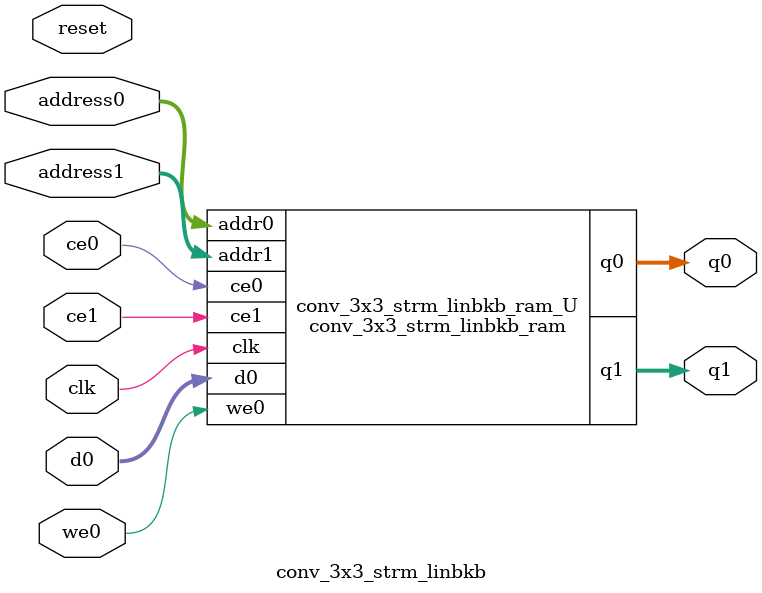
<source format=v>

`timescale 1 ns / 1 ps
module conv_3x3_strm_linbkb_ram (addr0, ce0, d0, we0, q0, addr1, ce1, q1,  clk);

parameter DWIDTH = 8;
parameter AWIDTH = 8;
parameter MEM_SIZE = 256;

input[AWIDTH-1:0] addr0;
input ce0;
input[DWIDTH-1:0] d0;
input we0;
output reg[DWIDTH-1:0] q0;
input[AWIDTH-1:0] addr1;
input ce1;
output reg[DWIDTH-1:0] q1;
input clk;

(* ram_style = "block" *)reg [DWIDTH-1:0] ram[0:MEM_SIZE-1];




always @(posedge clk)  
begin 
    if (ce0) 
    begin
        if (we0) 
        begin 
            ram[addr0] <= d0; 
            q0 <= d0;
        end 
        else 
            q0 <= ram[addr0];
    end
end


always @(posedge clk)  
begin 
    if (ce1) 
    begin
            q1 <= ram[addr1];
    end
end


endmodule


`timescale 1 ns / 1 ps
module conv_3x3_strm_linbkb(
    reset,
    clk,
    address0,
    ce0,
    we0,
    d0,
    q0,
    address1,
    ce1,
    q1);

parameter DataWidth = 32'd8;
parameter AddressRange = 32'd256;
parameter AddressWidth = 32'd8;
input reset;
input clk;
input[AddressWidth - 1:0] address0;
input ce0;
input we0;
input[DataWidth - 1:0] d0;
output[DataWidth - 1:0] q0;
input[AddressWidth - 1:0] address1;
input ce1;
output[DataWidth - 1:0] q1;



conv_3x3_strm_linbkb_ram conv_3x3_strm_linbkb_ram_U(
    .clk( clk ),
    .addr0( address0 ),
    .ce0( ce0 ),
    .d0( d0 ),
    .we0( we0 ),
    .q0( q0 ),
    .addr1( address1 ),
    .ce1( ce1 ),
    .q1( q1 ));

endmodule


</source>
